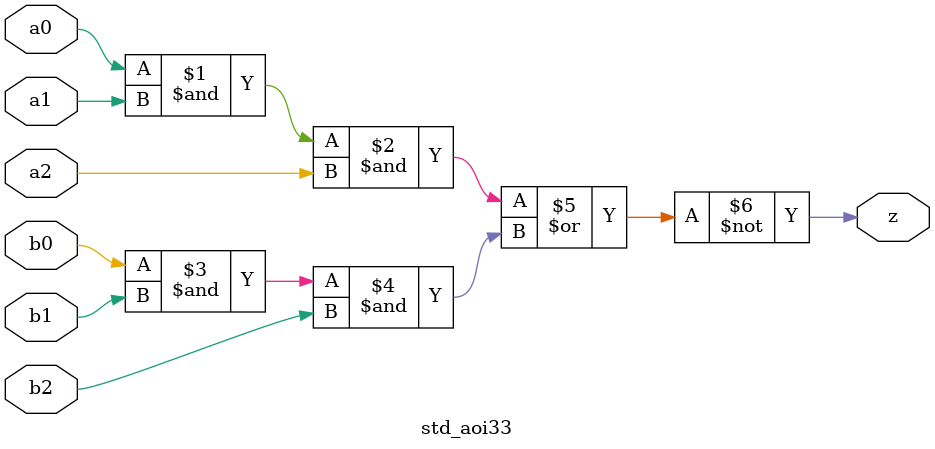
<source format=sv>

module std_aoi33 #(parameter DW = 1 ) // array width
(
	input [DW-1:0]  a0,
	input [DW-1:0]  a1,
	input [DW-1:0]  a2,
	input [DW-1:0]  b0,
	input [DW-1:0]  b1,
	input [DW-1:0]  b2, 
	output [DW-1:0] z
);

assign z = ~((a0 & a1 & a2) | (b0 & b1 & b2));

endmodule

</source>
